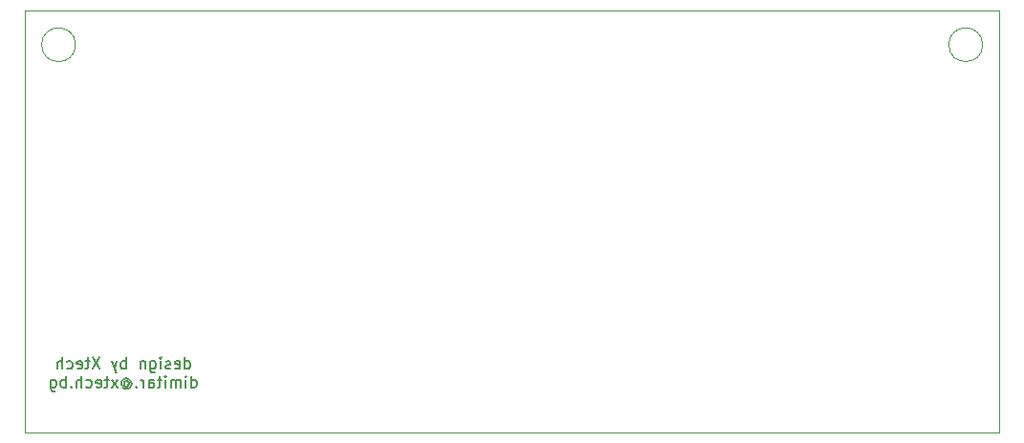
<source format=gbo>
G04 #@! TF.GenerationSoftware,KiCad,Pcbnew,(5.1.12)-1*
G04 #@! TF.CreationDate,2024-01-22T15:17:36+02:00*
G04 #@! TF.ProjectId,CaliperPCB,43616c69-7065-4725-9043-422e6b696361,rev?*
G04 #@! TF.SameCoordinates,Original*
G04 #@! TF.FileFunction,Legend,Bot*
G04 #@! TF.FilePolarity,Positive*
%FSLAX46Y46*%
G04 Gerber Fmt 4.6, Leading zero omitted, Abs format (unit mm)*
G04 Created by KiCad (PCBNEW (5.1.12)-1) date 2024-01-22 15:17:36*
%MOMM*%
%LPD*%
G01*
G04 APERTURE LIST*
%ADD10C,0.150000*%
G04 #@! TA.AperFunction,Profile*
%ADD11C,0.050000*%
G04 #@! TD*
%ADD12R,1.700000X1.700000*%
%ADD13O,1.700000X1.700000*%
%ADD14O,1.000000X1.600000*%
%ADD15C,0.650000*%
%ADD16O,1.000000X2.100000*%
G04 APERTURE END LIST*
D10*
X127848571Y-115729880D02*
X127848571Y-114729880D01*
X127848571Y-115682261D02*
X127943809Y-115729880D01*
X128134285Y-115729880D01*
X128229523Y-115682261D01*
X128277142Y-115634642D01*
X128324761Y-115539404D01*
X128324761Y-115253690D01*
X128277142Y-115158452D01*
X128229523Y-115110833D01*
X128134285Y-115063214D01*
X127943809Y-115063214D01*
X127848571Y-115110833D01*
X126991428Y-115682261D02*
X127086666Y-115729880D01*
X127277142Y-115729880D01*
X127372380Y-115682261D01*
X127420000Y-115587023D01*
X127420000Y-115206071D01*
X127372380Y-115110833D01*
X127277142Y-115063214D01*
X127086666Y-115063214D01*
X126991428Y-115110833D01*
X126943809Y-115206071D01*
X126943809Y-115301309D01*
X127420000Y-115396547D01*
X126562857Y-115682261D02*
X126467619Y-115729880D01*
X126277142Y-115729880D01*
X126181904Y-115682261D01*
X126134285Y-115587023D01*
X126134285Y-115539404D01*
X126181904Y-115444166D01*
X126277142Y-115396547D01*
X126420000Y-115396547D01*
X126515238Y-115348928D01*
X126562857Y-115253690D01*
X126562857Y-115206071D01*
X126515238Y-115110833D01*
X126420000Y-115063214D01*
X126277142Y-115063214D01*
X126181904Y-115110833D01*
X125705714Y-115729880D02*
X125705714Y-115063214D01*
X125705714Y-114729880D02*
X125753333Y-114777500D01*
X125705714Y-114825119D01*
X125658095Y-114777500D01*
X125705714Y-114729880D01*
X125705714Y-114825119D01*
X124800952Y-115063214D02*
X124800952Y-115872738D01*
X124848571Y-115967976D01*
X124896190Y-116015595D01*
X124991428Y-116063214D01*
X125134285Y-116063214D01*
X125229523Y-116015595D01*
X124800952Y-115682261D02*
X124896190Y-115729880D01*
X125086666Y-115729880D01*
X125181904Y-115682261D01*
X125229523Y-115634642D01*
X125277142Y-115539404D01*
X125277142Y-115253690D01*
X125229523Y-115158452D01*
X125181904Y-115110833D01*
X125086666Y-115063214D01*
X124896190Y-115063214D01*
X124800952Y-115110833D01*
X124324761Y-115063214D02*
X124324761Y-115729880D01*
X124324761Y-115158452D02*
X124277142Y-115110833D01*
X124181904Y-115063214D01*
X124039047Y-115063214D01*
X123943809Y-115110833D01*
X123896190Y-115206071D01*
X123896190Y-115729880D01*
X122658095Y-115729880D02*
X122658095Y-114729880D01*
X122658095Y-115110833D02*
X122562857Y-115063214D01*
X122372380Y-115063214D01*
X122277142Y-115110833D01*
X122229523Y-115158452D01*
X122181904Y-115253690D01*
X122181904Y-115539404D01*
X122229523Y-115634642D01*
X122277142Y-115682261D01*
X122372380Y-115729880D01*
X122562857Y-115729880D01*
X122658095Y-115682261D01*
X121848571Y-115063214D02*
X121610476Y-115729880D01*
X121372380Y-115063214D02*
X121610476Y-115729880D01*
X121705714Y-115967976D01*
X121753333Y-116015595D01*
X121848571Y-116063214D01*
X120324761Y-114729880D02*
X119658095Y-115729880D01*
X119658095Y-114729880D02*
X120324761Y-115729880D01*
X119420000Y-115063214D02*
X119039047Y-115063214D01*
X119277142Y-114729880D02*
X119277142Y-115587023D01*
X119229523Y-115682261D01*
X119134285Y-115729880D01*
X119039047Y-115729880D01*
X118324761Y-115682261D02*
X118420000Y-115729880D01*
X118610476Y-115729880D01*
X118705714Y-115682261D01*
X118753333Y-115587023D01*
X118753333Y-115206071D01*
X118705714Y-115110833D01*
X118610476Y-115063214D01*
X118420000Y-115063214D01*
X118324761Y-115110833D01*
X118277142Y-115206071D01*
X118277142Y-115301309D01*
X118753333Y-115396547D01*
X117420000Y-115682261D02*
X117515238Y-115729880D01*
X117705714Y-115729880D01*
X117800952Y-115682261D01*
X117848571Y-115634642D01*
X117896190Y-115539404D01*
X117896190Y-115253690D01*
X117848571Y-115158452D01*
X117800952Y-115110833D01*
X117705714Y-115063214D01*
X117515238Y-115063214D01*
X117420000Y-115110833D01*
X116991428Y-115729880D02*
X116991428Y-114729880D01*
X116562857Y-115729880D02*
X116562857Y-115206071D01*
X116610476Y-115110833D01*
X116705714Y-115063214D01*
X116848571Y-115063214D01*
X116943809Y-115110833D01*
X116991428Y-115158452D01*
X128420000Y-117379880D02*
X128420000Y-116379880D01*
X128420000Y-117332261D02*
X128515238Y-117379880D01*
X128705714Y-117379880D01*
X128800952Y-117332261D01*
X128848571Y-117284642D01*
X128896190Y-117189404D01*
X128896190Y-116903690D01*
X128848571Y-116808452D01*
X128800952Y-116760833D01*
X128705714Y-116713214D01*
X128515238Y-116713214D01*
X128420000Y-116760833D01*
X127943809Y-117379880D02*
X127943809Y-116713214D01*
X127943809Y-116379880D02*
X127991428Y-116427500D01*
X127943809Y-116475119D01*
X127896190Y-116427500D01*
X127943809Y-116379880D01*
X127943809Y-116475119D01*
X127467619Y-117379880D02*
X127467619Y-116713214D01*
X127467619Y-116808452D02*
X127420000Y-116760833D01*
X127324761Y-116713214D01*
X127181904Y-116713214D01*
X127086666Y-116760833D01*
X127039047Y-116856071D01*
X127039047Y-117379880D01*
X127039047Y-116856071D02*
X126991428Y-116760833D01*
X126896190Y-116713214D01*
X126753333Y-116713214D01*
X126658095Y-116760833D01*
X126610476Y-116856071D01*
X126610476Y-117379880D01*
X126134285Y-117379880D02*
X126134285Y-116713214D01*
X126134285Y-116379880D02*
X126181904Y-116427500D01*
X126134285Y-116475119D01*
X126086666Y-116427500D01*
X126134285Y-116379880D01*
X126134285Y-116475119D01*
X125800952Y-116713214D02*
X125420000Y-116713214D01*
X125658095Y-116379880D02*
X125658095Y-117237023D01*
X125610476Y-117332261D01*
X125515238Y-117379880D01*
X125420000Y-117379880D01*
X124658095Y-117379880D02*
X124658095Y-116856071D01*
X124705714Y-116760833D01*
X124800952Y-116713214D01*
X124991428Y-116713214D01*
X125086666Y-116760833D01*
X124658095Y-117332261D02*
X124753333Y-117379880D01*
X124991428Y-117379880D01*
X125086666Y-117332261D01*
X125134285Y-117237023D01*
X125134285Y-117141785D01*
X125086666Y-117046547D01*
X124991428Y-116998928D01*
X124753333Y-116998928D01*
X124658095Y-116951309D01*
X124181904Y-117379880D02*
X124181904Y-116713214D01*
X124181904Y-116903690D02*
X124134285Y-116808452D01*
X124086666Y-116760833D01*
X123991428Y-116713214D01*
X123896190Y-116713214D01*
X123562857Y-117284642D02*
X123515238Y-117332261D01*
X123562857Y-117379880D01*
X123610476Y-117332261D01*
X123562857Y-117284642D01*
X123562857Y-117379880D01*
X122467619Y-116903690D02*
X122515238Y-116856071D01*
X122610476Y-116808452D01*
X122705714Y-116808452D01*
X122800952Y-116856071D01*
X122848571Y-116903690D01*
X122896190Y-116998928D01*
X122896190Y-117094166D01*
X122848571Y-117189404D01*
X122800952Y-117237023D01*
X122705714Y-117284642D01*
X122610476Y-117284642D01*
X122515238Y-117237023D01*
X122467619Y-117189404D01*
X122467619Y-116808452D02*
X122467619Y-117189404D01*
X122420000Y-117237023D01*
X122372380Y-117237023D01*
X122277142Y-117189404D01*
X122229523Y-117094166D01*
X122229523Y-116856071D01*
X122324761Y-116713214D01*
X122467619Y-116617976D01*
X122658095Y-116570357D01*
X122848571Y-116617976D01*
X122991428Y-116713214D01*
X123086666Y-116856071D01*
X123134285Y-117046547D01*
X123086666Y-117237023D01*
X122991428Y-117379880D01*
X122848571Y-117475119D01*
X122658095Y-117522738D01*
X122467619Y-117475119D01*
X122324761Y-117379880D01*
X121896190Y-117379880D02*
X121372380Y-116713214D01*
X121896190Y-116713214D02*
X121372380Y-117379880D01*
X121134285Y-116713214D02*
X120753333Y-116713214D01*
X120991428Y-116379880D02*
X120991428Y-117237023D01*
X120943809Y-117332261D01*
X120848571Y-117379880D01*
X120753333Y-117379880D01*
X120039047Y-117332261D02*
X120134285Y-117379880D01*
X120324761Y-117379880D01*
X120420000Y-117332261D01*
X120467619Y-117237023D01*
X120467619Y-116856071D01*
X120420000Y-116760833D01*
X120324761Y-116713214D01*
X120134285Y-116713214D01*
X120039047Y-116760833D01*
X119991428Y-116856071D01*
X119991428Y-116951309D01*
X120467619Y-117046547D01*
X119134285Y-117332261D02*
X119229523Y-117379880D01*
X119420000Y-117379880D01*
X119515238Y-117332261D01*
X119562857Y-117284642D01*
X119610476Y-117189404D01*
X119610476Y-116903690D01*
X119562857Y-116808452D01*
X119515238Y-116760833D01*
X119420000Y-116713214D01*
X119229523Y-116713214D01*
X119134285Y-116760833D01*
X118705714Y-117379880D02*
X118705714Y-116379880D01*
X118277142Y-117379880D02*
X118277142Y-116856071D01*
X118324761Y-116760833D01*
X118420000Y-116713214D01*
X118562857Y-116713214D01*
X118658095Y-116760833D01*
X118705714Y-116808452D01*
X117800952Y-117284642D02*
X117753333Y-117332261D01*
X117800952Y-117379880D01*
X117848571Y-117332261D01*
X117800952Y-117284642D01*
X117800952Y-117379880D01*
X117324761Y-117379880D02*
X117324761Y-116379880D01*
X117324761Y-116760833D02*
X117229523Y-116713214D01*
X117039047Y-116713214D01*
X116943809Y-116760833D01*
X116896190Y-116808452D01*
X116848571Y-116903690D01*
X116848571Y-117189404D01*
X116896190Y-117284642D01*
X116943809Y-117332261D01*
X117039047Y-117379880D01*
X117229523Y-117379880D01*
X117324761Y-117332261D01*
X115991428Y-116713214D02*
X115991428Y-117522738D01*
X116039047Y-117617976D01*
X116086666Y-117665595D01*
X116181904Y-117713214D01*
X116324761Y-117713214D01*
X116420000Y-117665595D01*
X115991428Y-117332261D02*
X116086666Y-117379880D01*
X116277142Y-117379880D01*
X116372380Y-117332261D01*
X116420000Y-117284642D01*
X116467619Y-117189404D01*
X116467619Y-116903690D01*
X116420000Y-116808452D01*
X116372380Y-116760833D01*
X116277142Y-116713214D01*
X116086666Y-116713214D01*
X115991428Y-116760833D01*
D11*
X118170000Y-87000000D02*
G75*
G03*
X118170000Y-87000000I-1500000J0D01*
G01*
X198500000Y-87000000D02*
G75*
G03*
X198500000Y-87000000I-1500000J0D01*
G01*
X200000000Y-121356000D02*
X200000000Y-84000000D01*
X113670000Y-84000000D02*
X200000000Y-84000000D01*
X113670000Y-121356000D02*
X113670000Y-84000000D01*
X200000000Y-121356000D02*
X113670000Y-121356000D01*
%LPC*%
D12*
X180940000Y-98140500D03*
D13*
X180940000Y-95600500D03*
X180940000Y-93060500D03*
X180940000Y-90520500D03*
D12*
X180940000Y-86388250D03*
D13*
X183480000Y-86388250D03*
X186020000Y-86388250D03*
X188560000Y-86388250D03*
D14*
X152528000Y-86660000D03*
D15*
X153958000Y-90310000D03*
D14*
X161168000Y-86660000D03*
D15*
X159738000Y-90310000D03*
D16*
X161168000Y-90840000D03*
X152528000Y-90840000D03*
D12*
X131150000Y-89090000D03*
D13*
X131150000Y-86550000D03*
X133690000Y-89090000D03*
X133690000Y-86550000D03*
X136230000Y-89090000D03*
X136230000Y-86550000D03*
X138770000Y-89090000D03*
X138770000Y-86550000D03*
X141310000Y-89090000D03*
X141310000Y-86550000D03*
M02*

</source>
